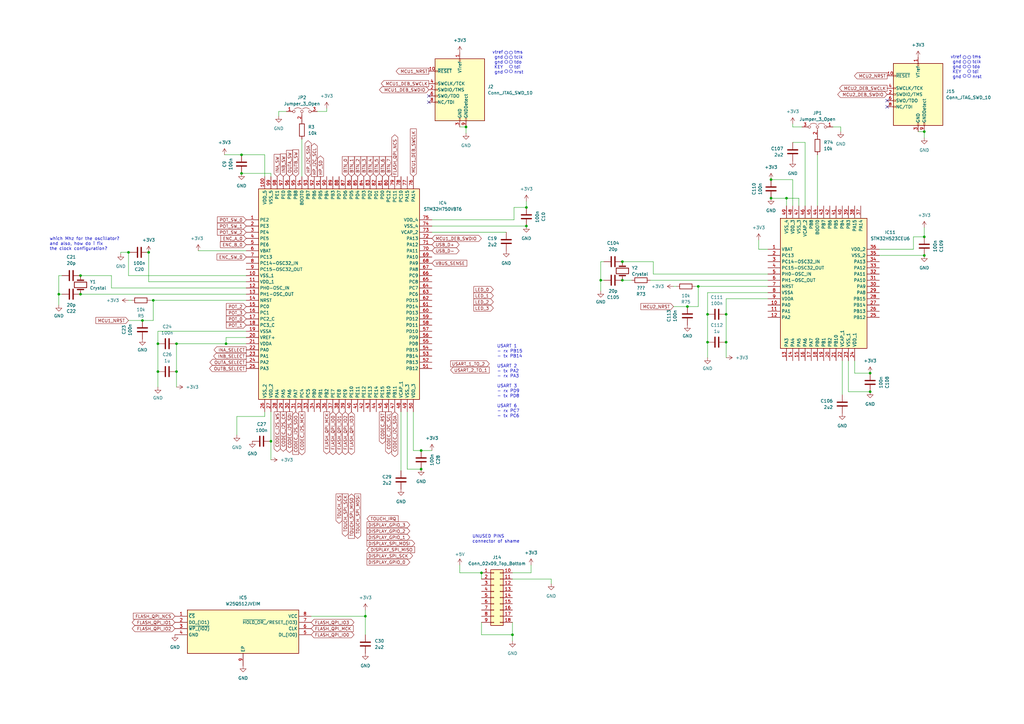
<source format=kicad_sch>
(kicad_sch (version 20230121) (generator eeschema)
  (paper "A3")
  (lib_symbols
    (symbol "Connector:Conn_ARM_JTAG_SWD_10" (pin_names (offset 1.016))
      (property "Reference" "J" (at -2.54 16.51 0))
      (property "Value" "Conn_ARM_JTAG_SWD_10" (at -2.54 13.97 0))
      (symbol "Conn_ARM_JTAG_SWD_10_1_1"
        (pin power_in line (at 0 15.24 270) (length 2.54) (name "VTref") (number "1"))
        (pin open_collector line (at 12.7 7.62 180) (length 2.54) (name "~{RESET}") (number "10"))
        (pin bidirectional line (at 12.7 0 180) (length 2.54) (name "SWDIO/TMS") (number "2"))
        (pin power_in line (at 0 -15.24 90) (length 2.54) (name "GND") (number "3"))
        (pin output line (at 12.7 2.54 180) (length 2.54) (name "SWCLK/TCK") (number "4"))
        (pin passive line (at 0 -15.24 90) (length 2.54) hide (name "GND") (number "5"))
        (pin input line (at 12.7 -2.54 180) (length 2.54) (name "SWO/TDO") (number "6"))
        (pin no_connect line (at -10.16 0 0) (length 2.54) hide (name "KEY") (number "7"))
        (pin output line (at 12.7 -5.08 180) (length 2.54) (name "NC/TDI") (number "8"))
        (pin passive line (at -2.54 -15.24 90) (length 2.54) (name "GNDDetect") (number "9"))
      )
    )
    (symbol "Connector_Generic:Conn_02x09_Top_Bottom" (pin_names (offset 1.016) hide)
      (property "Reference" "J" (at 1.27 12.7 0))
      (property "Value" "Conn_02x09_Top_Bottom" (at 1.27 -12.7 0))
      (symbol "Conn_02x09_Top_Bottom_1_1"
        (pin passive line (at -5.08 10.16 0) (length 3.81) (name "Pin_1") (number "1"))
        (pin passive line (at 7.62 10.16 180) (length 3.81) (name "Pin_10") (number "10"))
        (pin passive line (at 7.62 7.62 180) (length 3.81) (name "Pin_11") (number "11"))
        (pin passive line (at 7.62 5.08 180) (length 3.81) (name "Pin_12") (number "12"))
        (pin passive line (at 7.62 2.54 180) (length 3.81) (name "Pin_13") (number "13"))
        (pin passive line (at 7.62 0 180) (length 3.81) (name "Pin_14") (number "14"))
        (pin passive line (at 7.62 -2.54 180) (length 3.81) (name "Pin_15") (number "15"))
        (pin passive line (at 7.62 -5.08 180) (length 3.81) (name "Pin_16") (number "16"))
        (pin passive line (at 7.62 -7.62 180) (length 3.81) (name "Pin_17") (number "17"))
        (pin passive line (at 7.62 -10.16 180) (length 3.81) (name "Pin_18") (number "18"))
        (pin passive line (at -5.08 7.62 0) (length 3.81) (name "Pin_2") (number "2"))
        (pin passive line (at -5.08 5.08 0) (length 3.81) (name "Pin_3") (number "3"))
        (pin passive line (at -5.08 2.54 0) (length 3.81) (name "Pin_4") (number "4"))
        (pin passive line (at -5.08 0 0) (length 3.81) (name "Pin_5") (number "5"))
        (pin passive line (at -5.08 -2.54 0) (length 3.81) (name "Pin_6") (number "6"))
        (pin passive line (at -5.08 -5.08 0) (length 3.81) (name "Pin_7") (number "7"))
        (pin passive line (at -5.08 -7.62 0) (length 3.81) (name "Pin_8") (number "8"))
        (pin passive line (at -5.08 -10.16 0) (length 3.81) (name "Pin_9") (number "9"))
      )
    )
    (symbol "Device:C" (pin_numbers hide) (pin_names (offset 0.254))
      (property "Reference" "C" (at 0.635 2.54 0))
      (property "Value" "C" (at 0.635 -2.54 0))
      (symbol "C_1_1"
        (pin passive line (at 0 3.81 270) (length 2.794) (name "~") (number "1"))
        (pin passive line (at 0 -3.81 90) (length 2.794) (name "~") (number "2"))
      )
    )
    (symbol "Device:Crystal" (pin_numbers hide) (pin_names (offset 1.016) hide)
      (property "Reference" "Y" (at 0 3.81 0))
      (property "Value" "Crystal" (at 0 -3.81 0))
      (symbol "Crystal_1_1"
        (pin passive line (at -3.81 0 0) (length 1.27) (name "1") (number "1"))
        (pin passive line (at 3.81 0 180) (length 1.27) (name "2") (number "2"))
      )
    )
    (symbol "Device:R" (pin_numbers hide) (pin_names (offset 0))
      (property "Reference" "R" (at 2.032 0 90))
      (property "Value" "R" (at 0 0 90))
      (symbol "R_1_1"
        (pin passive line (at 0 3.81 270) (length 1.27) (name "~") (number "1"))
        (pin passive line (at 0 -3.81 90) (length 1.27) (name "~") (number "2"))
      )
    )
    (symbol "Jumper:Jumper_3_Open" (pin_names (offset 0) hide)
      (property "Reference" "JP" (at -2.54 -2.54 0))
      (property "Value" "Jumper_3_Open" (at 0 2.794 0))
      (symbol "Jumper_3_Open_1_1"
        (pin passive line (at -6.35 0 0) (length 2.54) (name "A") (number "1"))
        (pin passive line (at 0 -3.81 90) (length 2.54) (name "C") (number "2"))
        (pin passive line (at 6.35 0 180) (length 2.54) (name "B") (number "3"))
      )
    )
    (symbol "library:STM32H523CEU6"
      (property "Reference" "IC" (at 41.91 17.78 0))
      (property "Value" "STM32H523CEU6" (at 41.91 15.24 0))
      (symbol "STM32H523CEU6_1_1"
        (pin passive line (at 0 0 0) (length 5.08) (name "VBAT") (number "1"))
        (pin passive line (at 0 -22.86 0) (length 5.08) (name "PA0") (number "10"))
        (pin passive line (at 0 -25.4 0) (length 5.08) (name "PA1") (number "11"))
        (pin passive line (at 0 -27.94 0) (length 5.08) (name "PA2") (number "12"))
        (pin passive line (at 7.62 -45.72 90) (length 5.08) (name "PA3") (number "13"))
        (pin passive line (at 10.16 -45.72 90) (length 5.08) (name "PA4") (number "14"))
        (pin passive line (at 12.7 -45.72 90) (length 5.08) (name "PA5") (number "15"))
        (pin passive line (at 15.24 -45.72 90) (length 5.08) (name "PA6") (number "16"))
        (pin passive line (at 17.78 -45.72 90) (length 5.08) (name "PA7") (number "17"))
        (pin passive line (at 20.32 -45.72 90) (length 5.08) (name "PB0") (number "18"))
        (pin passive line (at 22.86 -45.72 90) (length 5.08) (name "PB1") (number "19"))
        (pin passive line (at 0 -2.54 0) (length 5.08) (name "PC13") (number "2"))
        (pin passive line (at 25.4 -45.72 90) (length 5.08) (name "PB2") (number "20"))
        (pin passive line (at 27.94 -45.72 90) (length 5.08) (name "PB10") (number "21"))
        (pin passive line (at 30.48 -45.72 90) (length 5.08) (name "VCAP_1") (number "22"))
        (pin passive line (at 33.02 -45.72 90) (length 5.08) (name "VSS_1") (number "23"))
        (pin passive line (at 35.56 -45.72 90) (length 5.08) (name "VDD_1") (number "24"))
        (pin passive line (at 45.72 -27.94 180) (length 5.08) (name "PB12") (number "25"))
        (pin passive line (at 45.72 -25.4 180) (length 5.08) (name "PB13") (number "26"))
        (pin passive line (at 45.72 -22.86 180) (length 5.08) (name "PB14") (number "27"))
        (pin passive line (at 45.72 -20.32 180) (length 5.08) (name "PB15") (number "28"))
        (pin passive line (at 45.72 -17.78 180) (length 5.08) (name "PA8") (number "29"))
        (pin passive line (at 0 -5.08 0) (length 5.08) (name "PC14-OSC32_IN") (number "3"))
        (pin passive line (at 45.72 -15.24 180) (length 5.08) (name "PA9") (number "30"))
        (pin passive line (at 45.72 -12.7 180) (length 5.08) (name "PA10") (number "31"))
        (pin passive line (at 45.72 -10.16 180) (length 5.08) (name "PA11") (number "32"))
        (pin passive line (at 45.72 -7.62 180) (length 5.08) (name "PA12") (number "33"))
        (pin passive line (at 45.72 -5.08 180) (length 5.08) (name "PA13") (number "34"))
        (pin passive line (at 45.72 -2.54 180) (length 5.08) (name "VSS_2") (number "35"))
        (pin passive line (at 45.72 0 180) (length 5.08) (name "VDD_2") (number "36"))
        (pin passive line (at 38.1 17.78 270) (length 5.08) (name "PA14") (number "37"))
        (pin passive line (at 35.56 17.78 270) (length 5.08) (name "PA15") (number "38"))
        (pin passive line (at 33.02 17.78 270) (length 5.08) (name "PB3") (number "39"))
        (pin passive line (at 0 -7.62 0) (length 5.08) (name "PC15-OSC32_OUT") (number "4"))
        (pin passive line (at 30.48 17.78 270) (length 5.08) (name "PB4") (number "40"))
        (pin passive line (at 27.94 17.78 270) (length 5.08) (name "PB5") (number "41"))
        (pin passive line (at 25.4 17.78 270) (length 5.08) (name "PB6") (number "42"))
        (pin passive line (at 22.86 17.78 270) (length 5.08) (name "PB7") (number "43"))
        (pin passive line (at 20.32 17.78 270) (length 5.08) (name "BOOT0") (number "44"))
        (pin passive line (at 17.78 17.78 270) (length 5.08) (name "PB8") (number "45"))
        (pin passive line (at 15.24 17.78 270) (length 5.08) (name "VCAP_2") (number "46"))
        (pin passive line (at 12.7 17.78 270) (length 5.08) (name "VSS_3") (number "47"))
        (pin passive line (at 10.16 17.78 270) (length 5.08) (name "VDD_3") (number "48"))
        (pin passive line (at 7.62 17.78 270) (length 5.08) (name "VSS_4") (number "49"))
        (pin passive line (at 0 -10.16 0) (length 5.08) (name "PH0-OSC_IN") (number "5"))
        (pin passive line (at 0 -12.7 0) (length 5.08) (name "PH1-OSC_OUT") (number "6"))
        (pin passive line (at 0 -15.24 0) (length 5.08) (name "NRST") (number "7"))
        (pin passive line (at 0 -17.78 0) (length 5.08) (name "VSSA") (number "8"))
        (pin passive line (at 0 -20.32 0) (length 5.08) (name "VDDA") (number "9"))
      )
    )
    (symbol "library:STM32H750VBT6"
      (property "Reference" "IC" (at 72.39 17.78 0))
      (property "Value" "STM32H750VBT6" (at 72.39 15.24 0))
      (symbol "STM32H750VBT6_1_1"
        (pin passive line (at 0 0 0) (length 5.08) (name "PE2") (number "1"))
        (pin passive line (at 0 -22.86 0) (length 5.08) (name "VSS_1") (number "10"))
        (pin passive line (at 7.62 17.78 270) (length 5.08) (name "VDD_5") (number "100"))
        (pin passive line (at 0 -25.4 0) (length 5.08) (name "VDD_1") (number "11"))
        (pin passive line (at 0 -27.94 0) (length 5.08) (name "PH0-OSC_IN") (number "12"))
        (pin passive line (at 0 -30.48 0) (length 5.08) (name "PH1-OSC_OUT") (number "13"))
        (pin passive line (at 0 -33.02 0) (length 5.08) (name "NRST") (number "14"))
        (pin passive line (at 0 -35.56 0) (length 5.08) (name "PC0") (number "15"))
        (pin passive line (at 0 -38.1 0) (length 5.08) (name "PC1") (number "16"))
        (pin passive line (at 0 -40.64 0) (length 5.08) (name "PC2_C") (number "17"))
        (pin passive line (at 0 -43.18 0) (length 5.08) (name "PC3_C") (number "18"))
        (pin passive line (at 0 -45.72 0) (length 5.08) (name "VSSA") (number "19"))
        (pin passive line (at 0 -2.54 0) (length 5.08) (name "PE3") (number "2"))
        (pin passive line (at 0 -48.26 0) (length 5.08) (name "VREF+") (number "20"))
        (pin passive line (at 0 -50.8 0) (length 5.08) (name "VDDA") (number "21"))
        (pin passive line (at 0 -53.34 0) (length 5.08) (name "PA0") (number "22"))
        (pin passive line (at 0 -55.88 0) (length 5.08) (name "PA1") (number "23"))
        (pin passive line (at 0 -58.42 0) (length 5.08) (name "PA2") (number "24"))
        (pin passive line (at 0 -60.96 0) (length 5.08) (name "PA3") (number "25"))
        (pin passive line (at 7.62 -78.74 90) (length 5.08) (name "VSS_2") (number "26"))
        (pin passive line (at 10.16 -78.74 90) (length 5.08) (name "VDD_2") (number "27"))
        (pin passive line (at 12.7 -78.74 90) (length 5.08) (name "PA4") (number "28"))
        (pin passive line (at 15.24 -78.74 90) (length 5.08) (name "PA5") (number "29"))
        (pin passive line (at 0 -5.08 0) (length 5.08) (name "PE4") (number "3"))
        (pin passive line (at 17.78 -78.74 90) (length 5.08) (name "PA6") (number "30"))
        (pin passive line (at 20.32 -78.74 90) (length 5.08) (name "PA7") (number "31"))
        (pin passive line (at 22.86 -78.74 90) (length 5.08) (name "PC4") (number "32"))
        (pin passive line (at 25.4 -78.74 90) (length 5.08) (name "PC5") (number "33"))
        (pin passive line (at 27.94 -78.74 90) (length 5.08) (name "PB0") (number "34"))
        (pin passive line (at 30.48 -78.74 90) (length 5.08) (name "PB1") (number "35"))
        (pin passive line (at 33.02 -78.74 90) (length 5.08) (name "PB2") (number "36"))
        (pin passive line (at 35.56 -78.74 90) (length 5.08) (name "PE7") (number "37"))
        (pin passive line (at 38.1 -78.74 90) (length 5.08) (name "PE8") (number "38"))
        (pin passive line (at 40.64 -78.74 90) (length 5.08) (name "PE9") (number "39"))
        (pin passive line (at 0 -7.62 0) (length 5.08) (name "PE5") (number "4"))
        (pin passive line (at 43.18 -78.74 90) (length 5.08) (name "PE10") (number "40"))
        (pin passive line (at 45.72 -78.74 90) (length 5.08) (name "PE11") (number "41"))
        (pin passive line (at 48.26 -78.74 90) (length 5.08) (name "PE12") (number "42"))
        (pin passive line (at 50.8 -78.74 90) (length 5.08) (name "PE13") (number "43"))
        (pin passive line (at 53.34 -78.74 90) (length 5.08) (name "PE14") (number "44"))
        (pin passive line (at 55.88 -78.74 90) (length 5.08) (name "PE15") (number "45"))
        (pin passive line (at 58.42 -78.74 90) (length 5.08) (name "PB10") (number "46"))
        (pin passive line (at 60.96 -78.74 90) (length 5.08) (name "PB11") (number "47"))
        (pin passive line (at 63.5 -78.74 90) (length 5.08) (name "VCAP_1") (number "48"))
        (pin passive line (at 66.04 -78.74 90) (length 5.08) (name "VSS_3") (number "49"))
        (pin passive line (at 0 -10.16 0) (length 5.08) (name "PE6") (number "5"))
        (pin passive line (at 68.58 -78.74 90) (length 5.08) (name "VDD_3") (number "50"))
        (pin passive line (at 76.2 -60.96 180) (length 5.08) (name "PB12") (number "51"))
        (pin passive line (at 76.2 -58.42 180) (length 5.08) (name "PB13") (number "52"))
        (pin passive line (at 76.2 -55.88 180) (length 5.08) (name "PB14") (number "53"))
        (pin passive line (at 76.2 -53.34 180) (length 5.08) (name "PB15") (number "54"))
        (pin passive line (at 76.2 -50.8 180) (length 5.08) (name "PD8") (number "55"))
        (pin passive line (at 76.2 -48.26 180) (length 5.08) (name "PD9") (number "56"))
        (pin passive line (at 76.2 -45.72 180) (length 5.08) (name "PD10") (number "57"))
        (pin passive line (at 76.2 -43.18 180) (length 5.08) (name "PD11") (number "58"))
        (pin passive line (at 76.2 -40.64 180) (length 5.08) (name "PD12") (number "59"))
        (pin passive line (at 0 -12.7 0) (length 5.08) (name "VBAT") (number "6"))
        (pin passive line (at 76.2 -38.1 180) (length 5.08) (name "PD13") (number "60"))
        (pin passive line (at 76.2 -35.56 180) (length 5.08) (name "PD14") (number "61"))
        (pin passive line (at 76.2 -33.02 180) (length 5.08) (name "PD15") (number "62"))
        (pin passive line (at 76.2 -30.48 180) (length 5.08) (name "PC6") (number "63"))
        (pin passive line (at 76.2 -27.94 180) (length 5.08) (name "PC7") (number "64"))
        (pin passive line (at 76.2 -25.4 180) (length 5.08) (name "PC8") (number "65"))
        (pin passive line (at 76.2 -22.86 180) (length 5.08) (name "PC9") (number "66"))
        (pin passive line (at 76.2 -20.32 180) (length 5.08) (name "PA8") (number "67"))
        (pin passive line (at 76.2 -17.78 180) (length 5.08) (name "PA9") (number "68"))
        (pin passive line (at 76.2 -15.24 180) (length 5.08) (name "PA10") (number "69"))
        (pin passive line (at 0 -15.24 0) (length 5.08) (name "PC13") (number "7"))
        (pin passive line (at 76.2 -12.7 180) (length 5.08) (name "PA11") (number "70"))
        (pin passive line (at 76.2 -10.16 180) (length 5.08) (name "PA12") (number "71"))
        (pin passive line (at 76.2 -7.62 180) (length 5.08) (name "PA13") (number "72"))
        (pin passive line (at 76.2 -5.08 180) (length 5.08) (name "VCAP_2") (number "73"))
        (pin passive line (at 76.2 -2.54 180) (length 5.08) (name "VSS_4") (number "74"))
        (pin passive line (at 76.2 0 180) (length 5.08) (name "VDD_4") (number "75"))
        (pin passive line (at 68.58 17.78 270) (length 5.08) (name "PA14") (number "76"))
        (pin passive line (at 66.04 17.78 270) (length 5.08) (name "PA15") (number "77"))
        (pin passive line (at 63.5 17.78 270) (length 5.08) (name "PC10") (number "78"))
        (pin passive line (at 60.96 17.78 270) (length 5.08) (name "PC11") (number "79"))
        (pin passive line (at 0 -17.78 0) (length 5.08) (name "PC14-OSC32_IN") (number "8"))
        (pin passive line (at 58.42 17.78 270) (length 5.08) (name "PC12") (number "80"))
        (pin passive line (at 55.88 17.78 270) (length 5.08) (name "PD0") (number "81"))
        (pin passive line (at 53.34 17.78 270) (length 5.08) (name "PD1") (number "82"))
        (pin passive line (at 50.8 17.78 270) (length 5.08) (name "PD2") (number "83"))
        (pin passive line (at 48.26 17.78 270) (length 5.08) (name "PD3") (number "84"))
        (pin passive line (at 45.72 17.78 270) (length 5.08) (name "PD4") (number "85"))
        (pin passive line (at 43.18 17.78 270) (length 5.08) (name "PD5") (number "86"))
        (pin passive line (at 40.64 17.78 270) (length 5.08) (name "PD6") (number "87"))
        (pin passive line (at 38.1 17.78 270) (length 5.08) (name "PD7") (number "88"))
        (pin passive line (at 35.56 17.78 270) (length 5.08) (name "PB3") (number "89"))
        (pin passive line (at 0 -20.32 0) (length 5.08) (name "PC15-OSC32_OUT") (number "9"))
        (pin passive line (at 33.02 17.78 270) (length 5.08) (name "PB4") (number "90"))
        (pin passive line (at 30.48 17.78 270) (length 5.08) (name "PB5") (number "91"))
        (pin passive line (at 27.94 17.78 270) (length 5.08) (name "PB6") (number "92"))
        (pin passive line (at 25.4 17.78 270) (length 5.08) (name "PB7") (number "93"))
        (pin passive line (at 22.86 17.78 270) (length 5.08) (name "BOOT0") (number "94"))
        (pin passive line (at 20.32 17.78 270) (length 5.08) (name "PB8") (number "95"))
        (pin passive line (at 17.78 17.78 270) (length 5.08) (name "PB9") (number "96"))
        (pin passive line (at 15.24 17.78 270) (length 5.08) (name "PE0") (number "97"))
        (pin passive line (at 12.7 17.78 270) (length 5.08) (name "PE1") (number "98"))
        (pin passive line (at 10.16 17.78 270) (length 5.08) (name "VSS_5") (number "99"))
      )
    )
    (symbol "library:W25Q512JVEIM"
      (property "Reference" "IC" (at 52.07 7.62 0))
      (property "Value" "W25Q512JVEIM" (at 52.07 5.08 0))
      (symbol "W25Q512JVEIM_1_1"
        (pin passive line (at 0 0 0) (length 5.08) (name "~{CS}") (number "1"))
        (pin passive line (at 0 -2.54 0) (length 5.08) (name "DO_(IO1)") (number "2"))
        (pin passive line (at 0 -5.08 0) (length 5.08) (name "~{WP_(IO2)}") (number "3"))
        (pin passive line (at 0 -7.62 0) (length 5.08) (name "GND") (number "4"))
        (pin passive line (at 55.88 -7.62 180) (length 5.08) (name "DI_(IO0)") (number "5"))
        (pin passive line (at 55.88 -5.08 180) (length 5.08) (name "CLK") (number "6"))
        (pin passive line (at 55.88 -2.54 180) (length 5.08) (name "~{HOLD_OR_}/RESET_(IO3)") (number "7"))
        (pin passive line (at 55.88 0 180) (length 5.08) (name "VCC") (number "8"))
        (pin passive line (at 27.94 -20.32 90) (length 5.08) (name "EP") (number "9"))
      )
    )
    (symbol "power:+3V3" (power) (pin_names (offset 0))
      (property "Value" "+3V3" (at 0 3.556 0))
      (symbol "+3V3_1_1"
        (pin power_in line (at 0 0 90) (length 0) hide (name "+3V3") (number "1"))
      )
    )
    (symbol "power:+5V" (power) (pin_names (offset 0))
      (property "Value" "+5V" (at 0 3.556 0))
      (symbol "+5V_1_1"
        (pin power_in line (at 0 0 90) (length 0) hide (name "+5V") (number "1"))
      )
    )
    (symbol "power:GND" (power) (pin_names (offset 0))
      (property "Value" "GND" (at 0 -3.81 0))
      (symbol "GND_1_1"
        (pin power_in line (at 0 0 270) (length 0) hide (name "GND") (number "1"))
      )
    )
  )
  (junction (at 379.095 104.775))
  (junction (at 58.42 131.445))
  (junction (at 99.06 71.12))
  (junction (at 316.23 73.66))
  (junction (at 172.72 184.785))
  (junction (at 62.865 123.19))
  (junction (at 290.195 128.905))
  (junction (at 52.705 103.505))
  (junction (at 286.385 117.475))
  (junction (at 290.195 140.335))
  (junction (at 60.96 103.505))
  (junction (at 379.095 97.155))
  (junction (at 215.9 92.71))
  (junction (at 64.77 140.97))
  (junction (at 215.9 85.09))
  (junction (at 24.13 120.65))
  (junction (at 172.72 192.405))
  (junction (at 72.39 152.4))
  (junction (at 64.77 152.4))
  (junction (at 297.815 140.335))
  (junction (at 111.125 180.975))
  (junction (at 322.58 81.28))
  (junction (at 316.23 81.28))
  (junction (at 197.485 234.95))
  (junction (at 92.71 140.97))
  (junction (at 33.02 120.65))
  (junction (at 149.86 252.73))
  (junction (at 72.39 140.97))
  (junction (at 297.815 128.905))
  (junction (at 379.095 53.975))
  (junction (at 255.27 114.935))
  (junction (at 246.38 114.935))
  (junction (at 33.02 113.03))
  (junction (at 191.135 52.07))
  (junction (at 356.87 160.655))
  (junction (at 210.185 260.35))
  (junction (at 281.94 125.73))
  (junction (at 255.27 107.315))
  (junction (at 356.87 153.035))
  (junction (at 99.06 63.5))
  (no_connect (at 363.855 43.815))
  (no_connect (at 175.895 39.37))
  (no_connect (at 363.855 41.275))
  (no_connect (at 175.895 41.91))
  (wire (pts (xy 72.39 152.4) (xy 72.39 158.75)))
  (wire (pts (xy 246.38 114.935) (xy 247.65 114.935)))
  (wire (pts (xy 188.595 231.775) (xy 188.595 234.95)))
  (wire (pts (xy 191.135 52.07) (xy 191.135 54.61)))
  (wire (pts (xy 60.96 115.57) (xy 100.965 115.57)))
  (wire (pts (xy 72.39 140.97) (xy 72.39 152.4)))
  (wire (pts (xy 62.865 131.445) (xy 62.865 123.19)))
  (wire (pts (xy 276.225 125.73) (xy 281.94 125.73)))
  (wire (pts (xy 335.28 63.5) (xy 335.28 84.455)))
  (wire (pts (xy 316.23 81.28) (xy 322.58 81.28)))
  (wire (pts (xy 177.165 90.17) (xy 210.82 90.17)))
  (wire (pts (xy 52.705 123.19) (xy 53.975 123.19)))
  (wire (pts (xy 374.65 102.235) (xy 360.68 102.235)))
  (wire (pts (xy 111.125 180.975) (xy 111.125 188.595)))
  (wire (pts (xy 114.3 45.72) (xy 117.475 45.72)))
  (wire (pts (xy 311.15 98.425) (xy 311.15 102.235)))
  (wire (pts (xy 52.705 103.505) (xy 53.34 103.505)))
  (wire (pts (xy 345.44 161.925) (xy 345.44 147.955)))
  (wire (pts (xy 246.38 114.935) (xy 246.38 119.38)))
  (wire (pts (xy 297.815 128.905) (xy 297.815 140.335)))
  (wire (pts (xy 64.77 152.4) (xy 64.77 158.75)))
  (wire (pts (xy 64.77 135.89) (xy 64.77 140.97)))
  (wire (pts (xy 374.65 97.155) (xy 374.65 102.235)))
  (wire (pts (xy 210.185 234.95) (xy 217.805 234.95)))
  (wire (pts (xy 360.68 104.775) (xy 379.095 104.775)))
  (wire (pts (xy 217.805 234.95) (xy 217.805 231.775)))
  (wire (pts (xy 347.98 160.655) (xy 356.87 160.655)))
  (wire (pts (xy 64.77 140.97) (xy 64.77 152.4)))
  (wire (pts (xy 127.635 252.73) (xy 149.86 252.73)))
  (wire (pts (xy 133.985 44.45) (xy 133.985 45.72)))
  (wire (pts (xy 246.38 107.315) (xy 246.38 114.935)))
  (wire (pts (xy 167.005 192.405) (xy 167.005 168.91)))
  (wire (pts (xy 311.15 102.235) (xy 314.96 102.235)))
  (wire (pts (xy 267.97 112.395) (xy 267.97 107.315)))
  (wire (pts (xy 60.96 103.505) (xy 60.96 115.57)))
  (wire (pts (xy 52.705 113.03) (xy 100.965 113.03)))
  (wire (pts (xy 286.385 117.475) (xy 314.96 117.475)))
  (wire (pts (xy 92.075 63.5) (xy 99.06 63.5)))
  (wire (pts (xy 328.93 52.07) (xy 325.12 52.07)))
  (wire (pts (xy 33.02 120.65) (xy 100.965 120.65)))
  (wire (pts (xy 286.385 125.73) (xy 281.94 125.73)))
  (wire (pts (xy 327.66 81.28) (xy 322.58 81.28)))
  (wire (pts (xy 197.485 255.27) (xy 197.485 260.35)))
  (wire (pts (xy 33.02 113.03) (xy 45.72 113.03)))
  (wire (pts (xy 376.555 53.975) (xy 379.095 53.975)))
  (wire (pts (xy 169.545 184.785) (xy 172.72 184.785)))
  (wire (pts (xy 64.77 135.89) (xy 100.965 135.89)))
  (wire (pts (xy 188.595 234.95) (xy 197.485 234.95)))
  (wire (pts (xy 314.96 120.015) (xy 290.195 120.015)))
  (wire (pts (xy 210.185 255.27) (xy 210.185 260.35)))
  (wire (pts (xy 344.805 52.07) (xy 341.63 52.07)))
  (wire (pts (xy 100.965 118.11) (xy 45.72 118.11)))
  (wire (pts (xy 111.125 72.39) (xy 111.125 71.12)))
  (wire (pts (xy 72.39 140.97) (xy 92.71 140.97)))
  (wire (pts (xy 123.825 57.15) (xy 123.825 72.39)))
  (wire (pts (xy 290.195 140.335) (xy 290.195 146.685)))
  (wire (pts (xy 177.165 95.25) (xy 207.645 95.25)))
  (wire (pts (xy 92.71 138.43) (xy 100.965 138.43)))
  (wire (pts (xy 255.27 107.315) (xy 267.97 107.315)))
  (wire (pts (xy 24.13 120.65) (xy 25.4 120.65)))
  (wire (pts (xy 290.195 128.905) (xy 290.195 140.335)))
  (wire (pts (xy 111.125 168.91) (xy 111.125 180.975)))
  (wire (pts (xy 327.66 84.455) (xy 327.66 81.28)))
  (wire (pts (xy 379.095 53.975) (xy 379.095 56.515)))
  (wire (pts (xy 330.2 58.42) (xy 325.12 58.42)))
  (wire (pts (xy 169.545 184.785) (xy 169.545 168.91)))
  (wire (pts (xy 52.705 131.445) (xy 58.42 131.445)))
  (wire (pts (xy 167.005 192.405) (xy 172.72 192.405)))
  (wire (pts (xy 81.28 102.87) (xy 100.965 102.87)))
  (wire (pts (xy 374.65 97.155) (xy 379.095 97.155)))
  (wire (pts (xy 164.465 193.04) (xy 164.465 168.91)))
  (wire (pts (xy 290.195 120.015) (xy 290.195 128.905)))
  (wire (pts (xy 108.585 170.815) (xy 108.585 168.91)))
  (wire (pts (xy 108.585 63.5) (xy 108.585 72.39)))
  (wire (pts (xy 255.27 114.935) (xy 259.08 114.935)))
  (wire (pts (xy 45.72 118.11) (xy 45.72 113.03)))
  (wire (pts (xy 379.095 97.155) (xy 379.095 93.345)))
  (wire (pts (xy 297.815 140.335) (xy 297.815 146.685)))
  (wire (pts (xy 149.86 252.73) (xy 149.86 260.35)))
  (wire (pts (xy 177.165 92.71) (xy 215.9 92.71)))
  (wire (pts (xy 325.12 84.455) (xy 325.12 73.66)))
  (wire (pts (xy 266.7 114.935) (xy 314.96 114.935)))
  (wire (pts (xy 286.385 125.73) (xy 286.385 117.475)))
  (wire (pts (xy 314.96 112.395) (xy 267.97 112.395)))
  (wire (pts (xy 325.12 50.8) (xy 325.12 52.07)))
  (wire (pts (xy 210.82 85.09) (xy 210.82 90.17)))
  (wire (pts (xy 197.485 234.95) (xy 197.485 237.49)))
  (wire (pts (xy 49.53 103.505) (xy 52.705 103.505)))
  (wire (pts (xy 62.865 131.445) (xy 58.42 131.445)))
  (wire (pts (xy 330.2 84.455) (xy 330.2 58.42)))
  (wire (pts (xy 322.58 81.28) (xy 322.58 84.455)))
  (wire (pts (xy 188.595 52.07) (xy 191.135 52.07)))
  (wire (pts (xy 297.815 122.555) (xy 297.815 128.905)))
  (wire (pts (xy 24.13 113.03) (xy 25.4 113.03)))
  (wire (pts (xy 226.06 237.49) (xy 210.185 237.49)))
  (wire (pts (xy 350.52 153.035) (xy 356.87 153.035)))
  (wire (pts (xy 210.82 85.09) (xy 215.9 85.09)))
  (wire (pts (xy 97.155 178.435) (xy 97.155 170.815)))
  (wire (pts (xy 100.965 140.97) (xy 92.71 140.97)))
  (wire (pts (xy 210.185 260.35) (xy 210.185 262.89)))
  (wire (pts (xy 215.9 82.55) (xy 215.9 85.09)))
  (wire (pts (xy 344.805 53.975) (xy 344.805 52.07)))
  (wire (pts (xy 276.225 117.475) (xy 277.495 117.475)))
  (wire (pts (xy 97.155 170.815) (xy 108.585 170.815)))
  (wire (pts (xy 197.485 260.35) (xy 210.185 260.35)))
  (wire (pts (xy 24.13 120.65) (xy 24.13 125.095)))
  (wire (pts (xy 314.96 122.555) (xy 297.815 122.555)))
  (wire (pts (xy 99.06 63.5) (xy 108.585 63.5)))
  (wire (pts (xy 350.52 147.955) (xy 350.52 153.035)))
  (wire (pts (xy 285.115 117.475) (xy 286.385 117.475)))
  (wire (pts (xy 246.38 107.315) (xy 247.65 107.315)))
  (wire (pts (xy 114.3 47.625) (xy 114.3 45.72)))
  (wire (pts (xy 99.06 71.12) (xy 111.125 71.12)))
  (wire (pts (xy 49.53 104.14) (xy 49.53 103.505)))
  (wire (pts (xy 172.72 184.785) (xy 177.165 184.785)))
  (wire (pts (xy 149.86 250.19) (xy 149.86 252.73)))
  (wire (pts (xy 61.595 123.19) (xy 62.865 123.19)))
  (wire (pts (xy 130.175 45.72) (xy 133.985 45.72)))
  (wire (pts (xy 226.06 239.395) (xy 226.06 237.49)))
  (wire (pts (xy 92.71 140.97) (xy 92.71 138.43)))
  (wire (pts (xy 62.865 123.19) (xy 100.965 123.19)))
  (wire (pts (xy 325.12 73.66) (xy 316.23 73.66)))
  (wire (pts (xy 52.705 103.505) (xy 52.705 113.03)))
  (wire (pts (xy 24.13 113.03) (xy 24.13 120.65)))
  (wire (pts (xy 347.98 147.955) (xy 347.98 160.655)))
  (circle (center 397.51 25.4) (radius 0.635))
  (circle (center 397.51 31.115) (radius 0.635))
  (circle (center 395.605 23.495) (radius 0.635))
  (circle (center 209.55 27.305) (radius 0.635))
  (circle (center 395.605 31.115) (radius 0.635))
  (circle (center 395.605 25.4) (radius 0.635))
  (circle (center 207.645 29.21) (radius 0.635))
  (circle (center 207.645 21.59) (radius 0.635))
  (circle (center 209.55 29.21) (radius 0.635))
  (circle (center 209.55 25.4) (radius 0.635))
  (circle (center 207.645 25.4) (radius 0.635))
  (circle (center 397.51 23.495) (radius 0.635))
  (circle (center 397.51 29.21) (radius 0.635))
  (circle (center 397.51 27.305) (radius 0.635))
  (circle (center 209.55 23.495) (radius 0.635))
  (circle (center 209.55 21.59) (radius 0.635))
  (circle (center 395.605 27.305) (radius 0.635))
  (circle (center 207.645 23.495) (radius 0.635))
  (text "tms\ntclk\ntdo\ntdi\nnrst" (at 210.82 30.48 0) (effects (font (size 1.27 1.27)) (justify left bottom)))
  (text "which Mhz for the oscillator?\nand also, how do i fix\nthe clock configuration?" (at 20.32 102.87 0) (effects (font (size 1.27 1.27)) (justify left bottom)))
  (text "USART 1\n- rx PB15\n- tx PB14\n\nUSART 2\n- tx PA2\n- rx PA3\n\nUSART 3\n- rx PD9\n- tx PD8\n\nUSART 6\n- rx PC7\n- tx PC6" (at 203.835 171.45 0) (effects (font (size 1.27 1.27)) (justify left bottom)))
  (text "UNUSED PINS\nconnector of shame\n" (at 193.675 222.885 0) (effects (font (size 1.27 1.27)) (justify left bottom)))
  (text "tms\ntclk\ntdo\ntdi\nnrst" (at 398.78 32.385 0) (effects (font (size 1.27 1.27)) (justify left bottom)))
  (text "vtref\ngnd\ngnd\nKEY\ngnd" (at 206.375 30.48 0) (effects (font (size 1.27 1.27)) (justify right bottom)))
  (text "vtref\ngnd\ngnd\nKEY\ngnd" (at 394.335 32.385 0) (effects (font (size 1.27 1.27)) (justify right bottom)))
  (global_label "OUTA_SW" (shape input) (at 118.745 72.39 90) (property "Intersheetrefs" "${INTERSHEET_REFS}" (effects hide)))
  (global_label "FLASH_QPI_IO0" (shape bidirectional) (at 127.635 260.35 0) (property "Intersheetrefs" "${INTERSHEET_REFS}" (effects hide)))
  (global_label "FLASH_QPI_IO2" (shape bidirectional) (at 71.755 257.81 180) (property "Intersheetrefs" "${INTERSHEET_REFS}" (effects hide)))
  (global_label "MCU2_DEB_SWCLK" (shape output) (at 363.855 36.195 180) (property "Intersheetrefs" "${INTERSHEET_REFS}" (effects hide)))
  (global_label "FLASH_QPI_IO1" (shape bidirectional) (at 139.065 168.91 270) (property "Intersheetrefs" "${INTERSHEET_REFS}" (effects hide)))
  (global_label "ENC_B_0" (shape input) (at 100.965 100.33 180) (property "Intersheetrefs" "${INTERSHEET_REFS}" (effects hide)))
  (global_label "BTN_7" (shape input) (at 159.385 72.39 90) (property "Intersheetrefs" "${INTERSHEET_REFS}" (effects hide)))
  (global_label "BTN_0" (shape input) (at 141.605 72.39 90) (property "Intersheetrefs" "${INTERSHEET_REFS}" (effects hide)))
  (global_label "HP_SD" (shape output) (at 131.445 72.39 90) (property "Intersheetrefs" "${INTERSHEET_REFS}" (effects hide)))
  (global_label "FLASH_QPI_IO3" (shape bidirectional) (at 127.635 255.27 0) (property "Intersheetrefs" "${INTERSHEET_REFS}" (effects hide)))
  (global_label "POT_SW_2" (shape input) (at 100.965 95.25 180) (property "Intersheetrefs" "${INTERSHEET_REFS}" (effects hide)))
  (global_label "FLASH_QPI_IO1" (shape bidirectional) (at 71.755 255.27 180) (property "Intersheetrefs" "${INTERSHEET_REFS}" (effects hide)))
  (global_label "CODEC_I2S_SDI" (shape output) (at 118.745 168.91 270) (property "Intersheetrefs" "${INTERSHEET_REFS}" (effects hide)))
  (global_label "DISPLAY_GPIO_2" (shape output) (at 150.495 217.805 0) (property "Intersheetrefs" "${INTERSHEET_REFS}" (effects hide)))
  (global_label "ENC_A_0" (shape input) (at 100.965 97.79 180) (property "Intersheetrefs" "${INTERSHEET_REFS}" (effects hide)))
  (global_label "DISPLAY_SPI_MISO" (shape input) (at 150.495 225.425 0) (property "Intersheetrefs" "${INTERSHEET_REFS}" (effects hide)))
  (global_label "USB_D-" (shape bidirectional) (at 177.165 102.87 0) (property "Intersheetrefs" "${INTERSHEET_REFS}" (effects hide)))
  (global_label "FLASH_QPI_IO3" (shape bidirectional) (at 144.145 168.91 270) (property "Intersheetrefs" "${INTERSHEET_REFS}" (effects hide)))
  (global_label "OUTA_SELECT" (shape output) (at 100.965 148.59 180) (property "Intersheetrefs" "${INTERSHEET_REFS}" (effects hide)))
  (global_label "TOUCH_CS" (shape output) (at 139.065 202.565 270) (property "Intersheetrefs" "${INTERSHEET_REFS}" (effects hide)))
  (global_label "MCU2_DEB_SWDIO" (shape bidirectional) (at 363.855 38.735 180) (property "Intersheetrefs" "${INTERSHEET_REFS}" (effects hide)))
  (global_label "CODEC_I2C_SDA" (shape bidirectional) (at 161.925 168.91 270) (property "Intersheetrefs" "${INTERSHEET_REFS}" (effects hide)))
  (global_label "MCU1_DEB_SWCLK" (shape input) (at 169.545 72.39 90) (property "Intersheetrefs" "${INTERSHEET_REFS}" (effects hide)))
  (global_label "OUTB_SW" (shape input) (at 121.285 72.39 90) (property "Intersheetrefs" "${INTERSHEET_REFS}" (effects hide)))
  (global_label "DISPLAY_SPI_SCK" (shape output) (at 150.495 227.965 0) (property "Intersheetrefs" "${INTERSHEET_REFS}" (effects hide)))
  (global_label "LED_1" (shape output) (at 194.31 121.285 0) (property "Intersheetrefs" "${INTERSHEET_REFS}" (effects hide)))
  (global_label "INA_SELECT" (shape output) (at 100.965 143.51 180) (property "Intersheetrefs" "${INTERSHEET_REFS}" (effects hide)))
  (global_label "MCU2_NRST" (shape output) (at 363.855 31.115 180) (property "Intersheetrefs" "${INTERSHEET_REFS}" (effects hide)))
  (global_label "HP_I2C_SDA" (shape bidirectional) (at 126.365 72.39 90) (property "Intersheetrefs" "${INTERSHEET_REFS}" (effects hide)))
  (global_label "CODEC_I2C_SCL" (shape output) (at 159.385 168.91 270) (property "Intersheetrefs" "${INTERSHEET_REFS}" (effects hide)))
  (global_label "CODEC_I2S_CK" (shape output) (at 116.205 168.91 270) (property "Intersheetrefs" "${INTERSHEET_REFS}" (effects hide)))
  (global_label "MCU1_NRST" (shape input) (at 52.705 131.445 180) (property "Intersheetrefs" "${INTERSHEET_REFS}" (effects hide)))
  (global_label "DISPLAY_SPI_MOSI" (shape output) (at 150.495 222.885 0) (property "Intersheetrefs" "${INTERSHEET_REFS}" (effects hide)))
  (global_label "BTN_1" (shape input) (at 144.145 72.39 90) (property "Intersheetrefs" "${INTERSHEET_REFS}" (effects hide)))
  (global_label "FLASH_QPI_IO2" (shape bidirectional) (at 141.605 168.91 270) (property "Intersheetrefs" "${INTERSHEET_REFS}" (effects hide)))
  (global_label "FLASH_QPI_NCS" (shape output) (at 161.925 72.39 90) (property "Intersheetrefs" "${INTERSHEET_REFS}" (effects hide)))
  (global_label "DISPLAY_GPIO_3" (shape output) (at 150.495 215.265 0) (property "Intersheetrefs" "${INTERSHEET_REFS}" (effects hide)))
  (global_label "LED_0" (shape output) (at 194.31 118.745 0) (property "Intersheetrefs" "${INTERSHEET_REFS}" (effects hide)))
  (global_label "BTN_4" (shape input) (at 151.765 72.39 90) (property "Intersheetrefs" "${INTERSHEET_REFS}" (effects hide)))
  (global_label "CODEC_RST" (shape output) (at 156.845 168.91 270) (property "Intersheetrefs" "${INTERSHEET_REFS}" (effects hide)))
  (global_label "MCU2_NRST" (shape input) (at 276.225 125.73 180) (property "Intersheetrefs" "${INTERSHEET_REFS}" (effects hide)))
  (global_label "VBUS_SENSE" (shape input) (at 177.165 107.95 0) (property "Intersheetrefs" "${INTERSHEET_REFS}" (effects hide)))
  (global_label "OUTB_SELECT" (shape output) (at 100.965 151.13 180) (property "Intersheetrefs" "${INTERSHEET_REFS}" (effects hide)))
  (global_label "MCU1_DEB_SWDIO" (shape bidirectional) (at 177.165 97.79 0) (property "Intersheetrefs" "${INTERSHEET_REFS}" (effects hide)))
  (global_label "POT_SW_1" (shape input) (at 100.965 92.71 180) (property "Intersheetrefs" "${INTERSHEET_REFS}" (effects hide)))
  (global_label "BTN_2" (shape input) (at 146.685 72.39 90) (property "Intersheetrefs" "${INTERSHEET_REFS}" (effects hide)))
  (global_label "CODEC_I2S_WS" (shape output) (at 113.665 168.91 270) (property "Intersheetrefs" "${INTERSHEET_REFS}" (effects hide)))
  (global_label "HP_I2C_SCL" (shape output) (at 128.905 72.39 90) (property "Intersheetrefs" "${INTERSHEET_REFS}" (effects hide)))
  (global_label "POT_SW_0" (shape input) (at 100.965 90.17 180) (property "Intersheetrefs" "${INTERSHEET_REFS}" (effects hide)))
  (global_label "INA_SW" (shape input) (at 113.665 72.39 90) (property "Intersheetrefs" "${INTERSHEET_REFS}" (effects hide)))
  (global_label "MCU1_DEB_SWDIO" (shape bidirectional) (at 175.895 36.83 180) (property "Intersheetrefs" "${INTERSHEET_REFS}" (effects hide)))
  (global_label "MCU1_DEB_SWCLK" (shape output) (at 175.895 34.29 180) (property "Intersheetrefs" "${INTERSHEET_REFS}" (effects hide)))
  (global_label "USART_1_TO_2" (shape output) (at 184.785 149.225 0) (property "Intersheetrefs" "${INTERSHEET_REFS}" (effects hide)))
  (global_label "MCU1_NRST" (shape output) (at 175.895 29.21 180) (property "Intersheetrefs" "${INTERSHEET_REFS}" (effects hide)))
  (global_label "CODEC_I2S_MCK" (shape output) (at 123.825 168.91 270) (property "Intersheetrefs" "${INTERSHEET_REFS}" (effects hide)))
  (global_label "INB_SW" (shape input) (at 116.205 72.39 90) (property "Intersheetrefs" "${INTERSHEET_REFS}" (effects hide)))
  (global_label "FLASH_QPI_MCK" (shape output) (at 133.985 168.91 270) (property "Intersheetrefs" "${INTERSHEET_REFS}" (effects hide)))
  (global_label "TOUCH_SPI_SCK" (shape output) (at 141.605 202.565 270) (property "Intersheetrefs" "${INTERSHEET_REFS}" (effects hide)))
  (global_label "POT_2" (shape input) (at 100.965 125.73 180) (property "Intersheetrefs" "${INTERSHEET_REFS}" (effects hide)))
  (global_label "TOUCH_IRQ" (shape input) (at 150.495 212.725 0) (property "Intersheetrefs" "${INTERSHEET_REFS}" (effects hide)))
  (global_label "BTN_3" (shape input) (at 149.225 72.39 90) (property "Intersheetrefs" "${INTERSHEET_REFS}" (effects hide)))
  (global_label "USART_2_TO_1" (shape input) (at 184.785 151.765 0) (property "Intersheetrefs" "${INTERSHEET_REFS}" (effects hide)))
  (global_label "LED_3" (shape output) (at 194.31 126.365 0) (property "Intersheetrefs" "${INTERSHEET_REFS}" (effects hide)))
  (global_label "POT_3" (shape input) (at 100.965 128.27 180) (property "Intersheetrefs" "${INTERSHEET_REFS}" (effects hide)))
  (global_label "LED_2" (shape output) (at 194.31 123.825 0) (property "Intersheetrefs" "${INTERSHEET_REFS}" (effects hide)))
  (global_label "BTN_5" (shape input) (at 154.305 72.39 90) (property "Intersheetrefs" "${INTERSHEET_REFS}" (effects hide)))
  (global_label "FLASH_QPI_IO0" (shape bidirectional) (at 136.525 168.91 270) (property "Intersheetrefs" "${INTERSHEET_REFS}" (effects hide)))
  (global_label "TOUCH_SPI_MOSI" (shape output) (at 146.685 202.565 270) (property "Intersheetrefs" "${INTERSHEET_REFS}" (effects hide)))
  (global_label "TOUCH_SPI_MISO" (shape input) (at 144.145 202.565 270) (property "Intersheetrefs" "${INTERSHEET_REFS}" (effects hide)))
  (global_label "BTN_6" (shape input) (at 156.845 72.39 90) (property "Intersheetrefs" "${INTERSHEET_REFS}" (effects hide)))
  (global_label "CODEC_I2S_SDO" (shape input) (at 121.285 168.91 270) (property "Intersheetrefs" "${INTERSHEET_REFS}" (effects hide)))
  (global_label "ENC_SW_0" (shape input) (at 100.965 105.41 180) (property "Intersheetrefs" "${INTERSHEET_REFS}" (effects hide)))
  (global_label "USB_D+" (shape bidirectional) (at 177.165 100.33 0) (property "Intersheetrefs" "${INTERSHEET_REFS}" (effects hide)))
  (global_label "DISPLAY_GPIO_1" (shape output) (at 150.495 220.345 0) (property "Intersheetrefs" "${INTERSHEET_REFS}" (effects hide)))
  (global_label "POT_0" (shape input) (at 100.965 130.81 180) (property "Intersheetrefs" "${INTERSHEET_REFS}" (effects hide)))
  (global_label "INB_SELECT" (shape output) (at 100.965 146.05 180) (property "Intersheetrefs" "${INTERSHEET_REFS}" (effects hide)))
  (global_label "FLASH_QPI_MCK" (shape input) (at 127.635 257.81 0) (property "Intersheetrefs" "${INTERSHEET_REFS}" (effects hide)))
  (global_label "FLASH_QPI_NCS" (shape input) (at 71.755 252.73 180) (property "Intersheetrefs" "${INTERSHEET_REFS}" (effects hide)))
  (global_label "DISPLAY_GPIO_0" (shape output) (at 150.495 230.505 0) (property "Intersheetrefs" "${INTERSHEET_REFS}" (effects hide)))
  (global_label "POT_1" (shape input) (at 100.965 133.35 180) (property "Intersheetrefs" "${INTERSHEET_REFS}" (effects hide)))
  (symbol (lib_id "power:GND") (at 49.53 104.14 0) (unit 1)
    (property "Reference" "#PWR019" (effects hide))
    (property "Value" "GND" (at 49.53 109.22 0))
  )
  (symbol (lib_id "Device:C") (at 316.23 77.47 0) (mirror y) (unit 1)
    (property "Reference" "C110" (at 309.245 77.47 90))
    (property "Value" "100n" (at 311.785 77.47 90))
  )
  (symbol (lib_id "power:GND") (at 344.805 53.975 0) (mirror y) (unit 1)
    (property "Reference" "#PWR0176" (effects hide))
    (property "Value" "GND" (at 344.805 59.055 0))
  )
  (symbol (lib_id "power:GND") (at 58.42 139.065 0) (unit 1)
    (property "Reference" "#PWR026" (effects hide))
    (property "Value" "GND" (at 58.42 143.51 0))
  )
  (symbol (lib_id "power:GND") (at 103.505 180.975 0) (unit 1)
    (property "Reference" "#PWR059" (effects hide))
    (property "Value" "GND" (at 103.505 186.055 0))
  )
  (symbol (lib_id "power:+3V3") (at 177.165 184.785 0) (unit 1)
    (property "Reference" "#PWR060" (effects hide))
    (property "Value" "+3V3" (at 177.165 179.705 0))
  )
  (symbol (lib_id "Jumper:Jumper_3_Open") (at 123.825 45.72 0) (unit 1)
    (property "Reference" "JP2" (at 123.825 40.005 0))
    (property "Value" "Jumper_3_Open" (at 123.825 42.545 0))
  )
  (symbol (lib_id "power:GND") (at 97.155 178.435 0) (unit 1)
    (property "Reference" "#PWR058" (effects hide))
    (property "Value" "GND" (at 97.155 183.515 0))
  )
  (symbol (lib_id "power:+3V3") (at 356.87 153.035 0) (unit 1)
    (property "Reference" "#PWR0164" (effects hide))
    (property "Value" "+3V3" (at 356.87 147.955 0))
  )
  (symbol (lib_id "library:STM32H523CEU6") (at 314.96 102.235 0) (unit 1)
    (property "Reference" "IC11" (at 365.125 95.3069 0))
    (property "Value" "STM32H523CEU6" (at 365.125 97.8469 0))
    (property "Footprint" "QFN50P700X700X60-49N-D" (effects hide))
    (property "Datasheet" "https://www.arrow.com/en/products/stm32h523ceu6/stmicroelectronics?region=nac" (effects hide))
    (property "Height" "0.6" (effects hide))
    (property "Manufacturer_Name" "STMicroelectronics" (effects hide))
    (property "Manufacturer_Part_Number" "STM32H523CEU6" (effects hide))
    (property "Mouser Part Number" "511-STM32H523CEU6" (effects hide))
    (property "Mouser Price/Stock" "https://www.mouser.co.uk/ProductDetail/STMicroelectronics/STM32H523CEU6?qs=ZcfC38r4Pot%2FWfU8ati%252BDA%3D%3D" (effects hide))
    (property "Arrow Part Number" "STM32H523CEU6" (effects hide))
    (property "Arrow Price/Stock" "https://www.arrow.com/en/products/stm32h523ceu6/stmicroelectronics?region=nac" (effects hide))
  )
  (symbol (lib_id "power:GND") (at 164.465 200.66 0) (unit 1)
    (property "Reference" "#PWR082" (effects hide))
    (property "Value" "GND" (at 164.465 205.74 0))
  )
  (symbol (lib_id "Device:C") (at 356.87 156.845 0) (unit 1)
    (property "Reference" "C108" (at 363.855 156.845 90))
    (property "Value" "100n" (at 361.315 156.845 90))
  )
  (symbol (lib_id "Device:Crystal") (at 255.27 111.125 270) (mirror x) (unit 1)
    (property "Reference" "Y2" (at 259.08 109.855 90) (effects (justify left)))
    (property "Value" "Crystal" (at 259.08 112.395 90) (effects (justify left)))
  )
  (symbol (lib_id "power:GND") (at 316.23 81.28 0) (unit 1)
    (property "Reference" "#PWR0171" (effects hide))
    (property "Value" "GND" (at 316.23 86.36 0))
  )
  (symbol (lib_id "Jumper:Jumper_3_Open") (at 335.28 52.07 0) (mirror y) (unit 1)
    (property "Reference" "JP1" (at 335.28 46.355 0))
    (property "Value" "Jumper_3_Open" (at 335.28 48.895 0))
  )
  (symbol (lib_id "Device:C") (at 107.315 180.975 90) (unit 1)
    (property "Reference" "C27" (at 107.315 173.99 90))
    (property "Value" "100n" (at 107.315 176.53 90))
  )
  (symbol (lib_id "power:+3V3") (at 52.705 123.19 90) (unit 1)
    (property "Reference" "#PWR022" (effects hide))
    (property "Value" "+3V3" (at 48.895 123.19 90) (effects (justify left)))
  )
  (symbol (lib_id "Connector_Generic:Conn_02x09_Top_Bottom") (at 202.565 245.11 0) (unit 1)
    (property "Reference" "J14" (at 203.835 228.6 0))
    (property "Value" "Conn_02x09_Top_Bottom" (at 203.835 231.14 0))
  )
  (symbol (lib_id "Device:C") (at 325.12 62.23 0) (mirror y) (unit 1)
    (property "Reference" "C107" (at 321.31 60.96 0) (effects (justify left)))
    (property "Value" "2u2" (at 321.31 63.5 0) (effects (justify left)))
  )
  (symbol (lib_id "power:GND") (at 215.9 92.71 0) (unit 1)
    (property "Reference" "#PWR016" (effects hide))
    (property "Value" "GND" (at 215.9 97.79 0))
  )
  (symbol (lib_id "power:GND") (at 99.06 71.12 0) (unit 1)
    (property "Reference" "#PWR013" (effects hide))
    (property "Value" "GND" (at 99.06 76.2 0))
  )
  (symbol (lib_id "Device:C") (at 215.9 88.9 0) (unit 1)
    (property "Reference" "C10" (at 222.885 88.9 90))
    (property "Value" "100n" (at 220.345 88.9 90))
  )
  (symbol (lib_id "power:+3V3") (at 379.095 93.345 0) (unit 1)
    (property "Reference" "#PWR0163" (effects hide))
    (property "Value" "+3V3" (at 379.095 88.265 0))
  )
  (symbol (lib_id "power:+5V") (at 188.595 231.775 0) (unit 1)
    (property "Reference" "#PWR055" (effects hide))
    (property "Value" "+5V" (at 188.595 227.33 0))
  )
  (symbol (lib_id "power:+3V3") (at 111.125 188.595 270) (unit 1)
    (property "Reference" "#PWR061" (effects hide))
    (property "Value" "+3V3" (at 114.935 188.595 90) (effects (justify left)))
  )
  (symbol (lib_id "Device:C") (at 172.72 188.595 0) (unit 1)
    (property "Reference" "C28" (at 179.705 188.595 90))
    (property "Value" "100n" (at 177.165 188.595 90))
  )
  (symbol (lib_id "power:GND") (at 325.12 66.04 0) (mirror y) (unit 1)
    (property "Reference" "#PWR0165" (effects hide))
    (property "Value" "GND" (at 325.12 71.12 0))
  )
  (symbol (lib_id "Device:C") (at 207.645 99.06 0) (mirror y) (unit 1)
    (property "Reference" "C19" (at 203.835 97.79 0) (effects (justify left)))
    (property "Value" "2u2" (at 203.835 100.33 0) (effects (justify left)))
  )
  (symbol (lib_id "Device:C") (at 29.21 113.03 90) (unit 1)
    (property "Reference" "C21" (at 29.21 105.41 90))
    (property "Value" "20p" (at 29.21 107.95 90))
  )
  (symbol (lib_id "power:GND") (at 24.13 125.095 0) (unit 1)
    (property "Reference" "#PWR023" (effects hide))
    (property "Value" "GND" (at 24.13 129.54 0))
  )
  (symbol (lib_id "Device:C") (at 99.06 67.31 0) (mirror y) (unit 1)
    (property "Reference" "C9" (at 92.075 67.31 90))
    (property "Value" "100n" (at 94.615 67.31 90))
  )
  (symbol (lib_id "power:+3V3") (at 376.555 23.495 0) (unit 1)
    (property "Reference" "#PWR020" (effects hide))
    (property "Value" "+3V3" (at 376.555 18.415 0))
  )
  (symbol (lib_id "power:+3V3") (at 215.9 82.55 0) (unit 1)
    (property "Reference" "#PWR014" (effects hide))
    (property "Value" "+3V3" (at 215.9 77.47 0))
  )
  (symbol (lib_id "power:GND") (at 356.87 160.655 0) (unit 1)
    (property "Reference" "#PWR0168" (effects hide))
    (property "Value" "GND" (at 356.87 165.735 0))
  )
  (symbol (lib_id "power:+3V3") (at 92.075 63.5 0) (unit 1)
    (property "Reference" "#PWR011" (effects hide))
    (property "Value" "+3V3" (at 92.075 58.42 0))
  )
  (symbol (lib_id "Device:R") (at 335.28 59.69 0) (unit 1)
    (property "Reference" "R74" (at 337.82 58.42 0) (effects (justify left)))
    (property "Value" "10k" (at 337.82 60.96 0) (effects (justify left)))
  )
  (symbol (lib_id "Device:C") (at 251.46 107.315 90) (unit 1)
    (property "Reference" "C104" (at 251.46 99.695 90))
    (property "Value" "20p" (at 251.46 102.235 90))
  )
  (symbol (lib_id "Device:C") (at 164.465 196.85 0) (mirror y) (unit 1)
    (property "Reference" "C29" (at 160.655 195.58 0) (effects (justify left)))
    (property "Value" "2u2" (at 160.655 198.12 0) (effects (justify left)))
  )
  (symbol (lib_id "Device:C") (at 294.005 140.335 270) (mirror x) (unit 1)
    (property "Reference" "C112" (at 294.005 133.35 90))
    (property "Value" "1u" (at 294.005 135.89 90))
  )
  (symbol (lib_id "power:+3V3") (at 316.23 73.66 0) (unit 1)
    (property "Reference" "#PWR015" (effects hide))
    (property "Value" "+3V3" (at 316.23 68.58 0))
  )
  (symbol (lib_id "Connector:Conn_ARM_JTAG_SWD_10") (at 188.595 36.83 0) (mirror y) (unit 1)
    (property "Reference" "J2" (at 200.025 35.56 0) (effects (justify right)))
    (property "Value" "Conn_JTAG_SWD_10" (at 200.025 38.1 0) (effects (justify right)))
    (property "Datasheet" "http://infocenter.arm.com/help/topic/com.arm.doc.ddi0314h/DDI0314H_coresight_components_trm.pdf" (effects hide))
  )
  (symbol (lib_id "power:GND") (at 210.185 262.89 0) (unit 1)
    (property "Reference" "#PWR073" (effects hide))
    (property "Value" "GND" (at 210.185 267.97 0))
  )
  (symbol (lib_id "Device:Crystal") (at 33.02 116.84 270) (mirror x) (unit 1)
    (property "Reference" "Y1" (at 36.83 115.57 90) (effects (justify left)))
    (property "Value" "Crystal" (at 36.83 118.11 90) (effects (justify left)))
  )
  (symbol (lib_id "power:GND") (at 281.94 133.35 0) (unit 1)
    (property "Reference" "#PWR0170" (effects hide))
    (property "Value" "GND" (at 281.94 137.795 0))
  )
  (symbol (lib_id "Device:C") (at 68.58 152.4 270) (mirror x) (unit 1)
    (property "Reference" "C26" (at 68.58 145.415 90))
    (property "Value" "1u" (at 68.58 147.955 90))
  )
  (symbol (lib_id "Device:C") (at 379.095 100.965 0) (unit 1)
    (property "Reference" "C109" (at 386.08 100.965 90))
    (property "Value" "100n" (at 383.54 100.965 90))
  )
  (symbol (lib_id "Device:C") (at 294.005 128.905 270) (mirror x) (unit 1)
    (property "Reference" "C111" (at 294.005 121.92 90))
    (property "Value" "100n" (at 294.005 124.46 90))
  )
  (symbol (lib_id "Device:C") (at 29.21 120.65 90) (mirror x) (unit 1)
    (property "Reference" "C22" (at 29.21 127.635 90))
    (property "Value" "20p" (at 29.21 125.095 90))
  )
  (symbol (lib_id "power:GND") (at 149.86 267.97 0) (unit 1)
    (property "Reference" "#PWR0158" (effects hide))
    (property "Value" "GND" (at 149.86 273.05 0))
  )
  (symbol (lib_id "Device:C") (at 345.44 165.735 0) (mirror y) (unit 1)
    (property "Reference" "C106" (at 341.63 164.465 0) (effects (justify left)))
    (property "Value" "2u2" (at 341.63 167.005 0) (effects (justify left)))
  )
  (symbol (lib_id "power:+3V3") (at 311.15 98.425 0) (unit 1)
    (property "Reference" "#PWR0169" (effects hide))
    (property "Value" "+3V3" (at 311.15 93.345 0))
  )
  (symbol (lib_id "power:GND") (at 207.645 102.87 0) (unit 1)
    (property "Reference" "#PWR018" (effects hide))
    (property "Value" "GND" (at 207.645 107.95 0))
  )
  (symbol (lib_id "power:+3V3") (at 60.96 103.505 0) (unit 1)
    (property "Reference" "#PWR010" (effects hide))
    (property "Value" "+3V3" (at 60.96 98.425 0))
  )
  (symbol (lib_id "power:+3V3") (at 276.225 117.475 90) (unit 1)
    (property "Reference" "#PWR024" (effects hide))
    (property "Value" "+3V3" (at 272.415 117.475 90) (effects (justify left)))
  )
  (symbol (lib_id "power:+3V3") (at 149.86 250.19 0) (unit 1)
    (property "Reference" "#PWR0151" (effects hide))
    (property "Value" "+3V3" (at 149.86 245.11 0))
  )
  (symbol (lib_id "power:+3V3") (at 133.985 44.45 0) (unit 1)
    (property "Reference" "#PWR0174" (effects hide))
    (property "Value" "+3V3" (at 133.985 39.37 0))
  )
  (symbol (lib_id "Device:R") (at 123.825 53.34 0) (unit 1)
    (property "Reference" "R3" (at 126.365 52.07 0) (effects (justify left)))
    (property "Value" "10k" (at 126.365 54.61 0) (effects (justify left)))
  )
  (symbol (lib_id "power:GND") (at 345.44 169.545 0) (unit 1)
    (property "Reference" "#PWR0167" (effects hide))
    (property "Value" "GND" (at 345.44 174.625 0))
  )
  (symbol (lib_id "power:GND") (at 71.755 260.35 0) (unit 1)
    (property "Reference" "#PWR0155" (effects hide))
    (property "Value" "GND" (at 71.755 265.43 0))
  )
  (symbol (lib_id "Device:C") (at 68.58 140.97 270) (mirror x) (unit 1)
    (property "Reference" "C24" (at 68.58 133.985 90))
    (property "Value" "100n" (at 68.58 136.525 90))
  )
  (symbol (lib_id "power:GND") (at 99.695 273.05 0) (unit 1)
    (property "Reference" "#PWR0159" (effects hide))
    (property "Value" "GND" (at 99.695 278.13 0))
  )
  (symbol (lib_id "Device:C") (at 251.46 114.935 90) (mirror x) (unit 1)
    (property "Reference" "C105" (at 251.46 121.92 90))
    (property "Value" "20p" (at 251.46 119.38 90))
  )
  (symbol (lib_id "power:GND") (at 379.095 56.515 0) (unit 1)
    (property "Reference" "#PWR021" (effects hide))
    (property "Value" "GND" (at 379.095 61.595 0))
  )
  (symbol (lib_id "power:GND") (at 172.72 192.405 0) (mirror y) (unit 1)
    (property "Reference" "#PWR075" (effects hide))
    (property "Value" "GND" (at 172.72 197.485 0))
  )
  (symbol (lib_id "Device:C") (at 58.42 135.255 180) (unit 1)
    (property "Reference" "C23" (at 50.8 135.255 90))
    (property "Value" "100n" (at 53.34 135.255 90))
  )
  (symbol (lib_id "power:+3V3") (at 81.28 102.87 0) (unit 1)
    (property "Reference" "#PWR017" (effects hide))
    (property "Value" "+3V3" (at 78.105 97.79 0) (effects (justify left)))
  )
  (symbol (lib_id "power:GND") (at 114.3 47.625 0) (unit 1)
    (property "Reference" "#PWR09" (effects hide))
    (property "Value" "GND" (at 114.3 52.705 0))
  )
  (symbol (lib_id "Device:C") (at 149.86 264.16 0) (unit 1)
    (property "Reference" "C30" (at 153.67 262.89 0) (effects (justify left)))
    (property "Value" "2u2" (at 153.67 265.43 0) (effects (justify left)))
  )
  (symbol (lib_id "Device:C") (at 57.15 103.505 90) (mirror x) (unit 1)
    (property "Reference" "C20" (at 57.15 110.49 90))
    (property "Value" "100n" (at 57.15 107.95 90))
  )
  (symbol (lib_id "power:GND") (at 290.195 146.685 0) (unit 1)
    (property "Reference" "#PWR0172" (effects hide))
    (property "Value" "GND" (at 290.195 151.13 0))
  )
  (symbol (lib_id "library:W25Q512JVEIM") (at 71.755 252.73 0) (unit 1)
    (property "Reference" "IC5" (at 99.695 245.11 0))
    (property "Value" "W25Q512JVEIM" (at 99.695 247.65 0))
    (property "Footprint" "SON127P800X600X80-9N-D" (effects hide))
    (property "Datasheet" "https://www.winbond.com/hq/search-resource-file.jsp?partNo=W25Q512JVEIM&type=datasheet" (effects hide))
    (property "Height" "0.8" (effects hide))
    (property "Manufacturer_Name" "Winbond" (effects hide))
    (property "Manufacturer_Part_Number" "W25Q512JVEIM" (effects hide))
    (property "Mouser Part Number" "454-W25Q512JVEIM" (effects hide))
    (property "Mouser Price/Stock" "https://www.mouser.co.uk/ProductDetail/Winbond/W25Q512JVEIM?qs=T3oQrply3y%252BsynJ0tx2Lww%3D%3D" (effects hide))
    (property "Arrow Part Number" "W25Q512JVEIM" (effects hide))
    (property "Arrow Price/Stock" "https://www.arrow.com/en/products/w25q512jveim/winbond-electronics?utm_currency=USD&region=nac" (effects hide))
  )
  (symbol (lib_id "Device:R") (at 57.785 123.19 90) (mirror x) (unit 1)
    (property "Reference" "R5" (at 57.785 129.54 90))
    (property "Value" "10k" (at 57.785 127 90))
  )
  (symbol (lib_id "Device:R") (at 262.89 114.935 90) (mirror x) (unit 1)
    (property "Reference" "R73" (at 262.89 120.65 90))
    (property "Value" "???" (at 262.89 118.11 90))
  )
  (symbol (lib_id "Device:C") (at 281.94 129.54 180) (unit 1)
    (property "Reference" "C113" (at 274.32 129.54 90))
    (property "Value" "100n" (at 276.86 129.54 90))
  )
  (symbol (lib_id "power:GND") (at 64.77 158.75 0) (unit 1)
    (property "Reference" "#PWR053" (effects hide))
    (property "Value" "GND" (at 64.77 163.195 0))
  )
  (symbol (lib_id "power:GND") (at 379.095 104.775 0) (unit 1)
    (property "Reference" "#PWR0138" (effects hide))
    (property "Value" "GND" (at 379.095 109.855 0))
  )
  (symbol (lib_id "power:+3V3") (at 72.39 158.75 270) (unit 1)
    (property "Reference" "#PWR054" (effects hide))
    (property "Value" "+3V3" (at 76.2 158.75 90) (effects (justify left)))
  )
  (symbol (lib_id "power:+3V3") (at 217.805 231.775 0) (unit 1)
    (property "Reference" "#PWR056" (effects hide))
    (property "Value" "+3V3" (at 217.805 226.695 0))
  )
  (symbol (lib_id "power:+3V3") (at 325.12 50.8 0) (mirror y) (unit 1)
    (property "Reference" "#PWR0175" (effects hide))
    (property "Value" "+3V3" (at 325.12 45.72 0))
  )
  (symbol (lib_id "power:GND") (at 246.38 119.38 0) (unit 1)
    (property "Reference" "#PWR0166" (effects hide))
    (property "Value" "GND" (at 246.38 123.825 0))
  )
  (symbol (lib_id "power:+3V3") (at 188.595 21.59 0) (unit 1)
    (property "Reference" "#PWR08" (effects hide))
    (property "Value" "+3V3" (at 188.595 16.51 0))
  )
  (symbol (lib_id "library:STM32H750VBT6") (at 100.965 90.17 0) (unit 1)
    (property "Reference" "IC4" (at 181.61 83.2419 0))
    (property "Value" "STM32H750VBT6" (at 181.61 85.7819 0))
    (property "Footprint" "QFP50P1600X1600X160-100N" (effects hide))
    (property "Datasheet" "https://www.st.com/resource/en/datasheet/stm32h750vb.pdf" (effects hide))
    (property "Height" "1.6" (effects hide))
    (property "Manufacturer_Name" "STMicroelectronics" (effects hide))
    (property "Manufacturer_Part_Number" "STM32H750VBT6" (effects hide))
    (property "Mouser Part Number" "511-STM32H750VBT6" (effects hide))
    (property "Mouser Price/Stock" "https://www.mouser.co.uk/ProductDetail/STMicroelectronics/STM32H750VBT6?qs=%252BEew9%252B0nqrBAeuu%2FsQQSzQ%3D%3D" (effects hide))
    (property "Arrow Part Number" "STM32H750VBT6" (effects hide))
    (property "Arrow Price/Stock" "https://www.arrow.com/en/products/stm32h750vbt6/stmicroelectronics?region=nac" (effects hide))
  )
  (symbol (lib_id "power:+3V3") (at 297.815 146.685 270) (unit 1)
    (property "Reference" "#PWR0173" (effects hide))
    (property "Value" "+3V3" (at 301.625 146.685 90) (effects (justify left)))
  )
  (symbol (lib_id "Connector:Conn_ARM_JTAG_SWD_10") (at 376.555 38.735 0) (mirror y) (unit 1)
    (property "Reference" "J15" (at 387.985 37.465 0) (effects (justify right)))
    (property "Value" "Conn_JTAG_SWD_10" (at 387.985 40.005 0) (effects (justify right)))
    (property "Datasheet" "http://infocenter.arm.com/help/topic/com.arm.doc.ddi0314h/DDI0314H_coresight_components_trm.pdf" (effects hide))
  )
  (symbol (lib_id "power:GND") (at 191.135 54.61 0) (unit 1)
    (property "Reference" "#PWR012" (effects hide))
    (property "Value" "GND" (at 191.135 59.69 0))
  )
  (symbol (lib_id "Device:R") (at 281.305 117.475 90) (mirror x) (unit 1)
    (property "Reference" "R75" (at 281.305 123.825 90))
    (property "Value" "10k" (at 281.305 121.285 90))
  )
  (symbol (lib_id "power:GND") (at 226.06 239.395 0) (unit 1)
    (property "Reference" "#PWR057" (effects hide))
    (property "Value" "GND" (at 226.06 244.475 0))
  )
)
</source>
